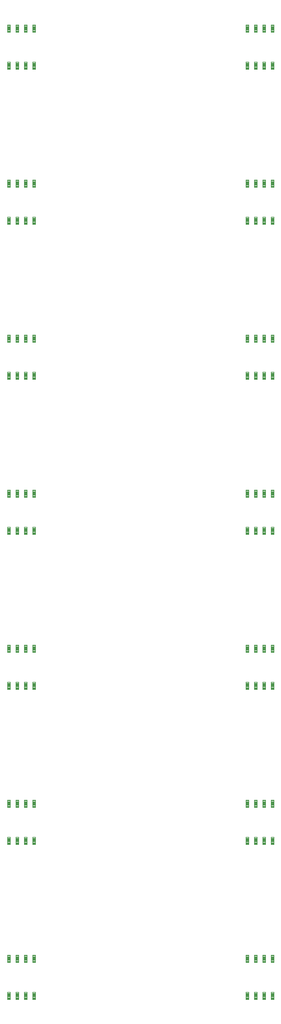
<source format=gbp>
G04 EAGLE Gerber RS-274X export*
G75*
%MOMM*%
%FSLAX34Y34*%
%LPD*%
%INSolderpaste Bottom*%
%IPPOS*%
%AMOC8*
5,1,8,0,0,1.08239X$1,22.5*%
G01*
%ADD10C,0.102000*%


D10*
X389840Y136810D02*
X384860Y136810D01*
X384860Y147790D01*
X389840Y147790D01*
X389840Y136810D01*
X389840Y137779D02*
X384860Y137779D01*
X384860Y138748D02*
X389840Y138748D01*
X389840Y139717D02*
X384860Y139717D01*
X384860Y140686D02*
X389840Y140686D01*
X389840Y141655D02*
X384860Y141655D01*
X384860Y142624D02*
X389840Y142624D01*
X389840Y143593D02*
X384860Y143593D01*
X384860Y144562D02*
X389840Y144562D01*
X389840Y145531D02*
X384860Y145531D01*
X384860Y146500D02*
X389840Y146500D01*
X389840Y147469D02*
X384860Y147469D01*
X397560Y136810D02*
X402540Y136810D01*
X397560Y136810D02*
X397560Y147790D01*
X402540Y147790D01*
X402540Y136810D01*
X402540Y137779D02*
X397560Y137779D01*
X397560Y138748D02*
X402540Y138748D01*
X402540Y139717D02*
X397560Y139717D01*
X397560Y140686D02*
X402540Y140686D01*
X402540Y141655D02*
X397560Y141655D01*
X397560Y142624D02*
X402540Y142624D01*
X402540Y143593D02*
X397560Y143593D01*
X397560Y144562D02*
X402540Y144562D01*
X402540Y145531D02*
X397560Y145531D01*
X397560Y146500D02*
X402540Y146500D01*
X402540Y147469D02*
X397560Y147469D01*
X410260Y136810D02*
X415240Y136810D01*
X410260Y136810D02*
X410260Y147790D01*
X415240Y147790D01*
X415240Y136810D01*
X415240Y137779D02*
X410260Y137779D01*
X410260Y138748D02*
X415240Y138748D01*
X415240Y139717D02*
X410260Y139717D01*
X410260Y140686D02*
X415240Y140686D01*
X415240Y141655D02*
X410260Y141655D01*
X410260Y142624D02*
X415240Y142624D01*
X415240Y143593D02*
X410260Y143593D01*
X410260Y144562D02*
X415240Y144562D01*
X415240Y145531D02*
X410260Y145531D01*
X410260Y146500D02*
X415240Y146500D01*
X415240Y147469D02*
X410260Y147469D01*
X422960Y136810D02*
X427940Y136810D01*
X422960Y136810D02*
X422960Y147790D01*
X427940Y147790D01*
X427940Y136810D01*
X427940Y137779D02*
X422960Y137779D01*
X422960Y138748D02*
X427940Y138748D01*
X427940Y139717D02*
X422960Y139717D01*
X422960Y140686D02*
X427940Y140686D01*
X427940Y141655D02*
X422960Y141655D01*
X422960Y142624D02*
X427940Y142624D01*
X427940Y143593D02*
X422960Y143593D01*
X422960Y144562D02*
X427940Y144562D01*
X427940Y145531D02*
X422960Y145531D01*
X422960Y146500D02*
X427940Y146500D01*
X427940Y147469D02*
X422960Y147469D01*
X422960Y80810D02*
X427940Y80810D01*
X422960Y80810D02*
X422960Y91790D01*
X427940Y91790D01*
X427940Y80810D01*
X427940Y81779D02*
X422960Y81779D01*
X422960Y82748D02*
X427940Y82748D01*
X427940Y83717D02*
X422960Y83717D01*
X422960Y84686D02*
X427940Y84686D01*
X427940Y85655D02*
X422960Y85655D01*
X422960Y86624D02*
X427940Y86624D01*
X427940Y87593D02*
X422960Y87593D01*
X422960Y88562D02*
X427940Y88562D01*
X427940Y89531D02*
X422960Y89531D01*
X422960Y90500D02*
X427940Y90500D01*
X427940Y91469D02*
X422960Y91469D01*
X415240Y80810D02*
X410260Y80810D01*
X410260Y91790D01*
X415240Y91790D01*
X415240Y80810D01*
X415240Y81779D02*
X410260Y81779D01*
X410260Y82748D02*
X415240Y82748D01*
X415240Y83717D02*
X410260Y83717D01*
X410260Y84686D02*
X415240Y84686D01*
X415240Y85655D02*
X410260Y85655D01*
X410260Y86624D02*
X415240Y86624D01*
X415240Y87593D02*
X410260Y87593D01*
X410260Y88562D02*
X415240Y88562D01*
X415240Y89531D02*
X410260Y89531D01*
X410260Y90500D02*
X415240Y90500D01*
X415240Y91469D02*
X410260Y91469D01*
X402540Y80810D02*
X397560Y80810D01*
X397560Y91790D01*
X402540Y91790D01*
X402540Y80810D01*
X402540Y81779D02*
X397560Y81779D01*
X397560Y82748D02*
X402540Y82748D01*
X402540Y83717D02*
X397560Y83717D01*
X397560Y84686D02*
X402540Y84686D01*
X402540Y85655D02*
X397560Y85655D01*
X397560Y86624D02*
X402540Y86624D01*
X402540Y87593D02*
X397560Y87593D01*
X397560Y88562D02*
X402540Y88562D01*
X402540Y89531D02*
X397560Y89531D01*
X397560Y90500D02*
X402540Y90500D01*
X402540Y91469D02*
X397560Y91469D01*
X389840Y80810D02*
X384860Y80810D01*
X384860Y91790D01*
X389840Y91790D01*
X389840Y80810D01*
X389840Y81779D02*
X384860Y81779D01*
X384860Y82748D02*
X389840Y82748D01*
X389840Y83717D02*
X384860Y83717D01*
X384860Y84686D02*
X389840Y84686D01*
X389840Y85655D02*
X384860Y85655D01*
X384860Y86624D02*
X389840Y86624D01*
X389840Y87593D02*
X384860Y87593D01*
X384860Y88562D02*
X389840Y88562D01*
X389840Y89531D02*
X384860Y89531D01*
X384860Y90500D02*
X389840Y90500D01*
X389840Y91469D02*
X384860Y91469D01*
X783640Y91790D02*
X788620Y91790D01*
X788620Y80810D01*
X783640Y80810D01*
X783640Y91790D01*
X783640Y81779D02*
X788620Y81779D01*
X788620Y82748D02*
X783640Y82748D01*
X783640Y83717D02*
X788620Y83717D01*
X788620Y84686D02*
X783640Y84686D01*
X783640Y85655D02*
X788620Y85655D01*
X788620Y86624D02*
X783640Y86624D01*
X783640Y87593D02*
X788620Y87593D01*
X788620Y88562D02*
X783640Y88562D01*
X783640Y89531D02*
X788620Y89531D01*
X788620Y90500D02*
X783640Y90500D01*
X783640Y91469D02*
X788620Y91469D01*
X775920Y91790D02*
X770940Y91790D01*
X775920Y91790D02*
X775920Y80810D01*
X770940Y80810D01*
X770940Y91790D01*
X770940Y81779D02*
X775920Y81779D01*
X775920Y82748D02*
X770940Y82748D01*
X770940Y83717D02*
X775920Y83717D01*
X775920Y84686D02*
X770940Y84686D01*
X770940Y85655D02*
X775920Y85655D01*
X775920Y86624D02*
X770940Y86624D01*
X770940Y87593D02*
X775920Y87593D01*
X775920Y88562D02*
X770940Y88562D01*
X770940Y89531D02*
X775920Y89531D01*
X775920Y90500D02*
X770940Y90500D01*
X770940Y91469D02*
X775920Y91469D01*
X763220Y91790D02*
X758240Y91790D01*
X763220Y91790D02*
X763220Y80810D01*
X758240Y80810D01*
X758240Y91790D01*
X758240Y81779D02*
X763220Y81779D01*
X763220Y82748D02*
X758240Y82748D01*
X758240Y83717D02*
X763220Y83717D01*
X763220Y84686D02*
X758240Y84686D01*
X758240Y85655D02*
X763220Y85655D01*
X763220Y86624D02*
X758240Y86624D01*
X758240Y87593D02*
X763220Y87593D01*
X763220Y88562D02*
X758240Y88562D01*
X758240Y89531D02*
X763220Y89531D01*
X763220Y90500D02*
X758240Y90500D01*
X758240Y91469D02*
X763220Y91469D01*
X750520Y91790D02*
X745540Y91790D01*
X750520Y91790D02*
X750520Y80810D01*
X745540Y80810D01*
X745540Y91790D01*
X745540Y81779D02*
X750520Y81779D01*
X750520Y82748D02*
X745540Y82748D01*
X745540Y83717D02*
X750520Y83717D01*
X750520Y84686D02*
X745540Y84686D01*
X745540Y85655D02*
X750520Y85655D01*
X750520Y86624D02*
X745540Y86624D01*
X745540Y87593D02*
X750520Y87593D01*
X750520Y88562D02*
X745540Y88562D01*
X745540Y89531D02*
X750520Y89531D01*
X750520Y90500D02*
X745540Y90500D01*
X745540Y91469D02*
X750520Y91469D01*
X750520Y147790D02*
X745540Y147790D01*
X750520Y147790D02*
X750520Y136810D01*
X745540Y136810D01*
X745540Y147790D01*
X745540Y137779D02*
X750520Y137779D01*
X750520Y138748D02*
X745540Y138748D01*
X745540Y139717D02*
X750520Y139717D01*
X750520Y140686D02*
X745540Y140686D01*
X745540Y141655D02*
X750520Y141655D01*
X750520Y142624D02*
X745540Y142624D01*
X745540Y143593D02*
X750520Y143593D01*
X750520Y144562D02*
X745540Y144562D01*
X745540Y145531D02*
X750520Y145531D01*
X750520Y146500D02*
X745540Y146500D01*
X745540Y147469D02*
X750520Y147469D01*
X758240Y147790D02*
X763220Y147790D01*
X763220Y136810D01*
X758240Y136810D01*
X758240Y147790D01*
X758240Y137779D02*
X763220Y137779D01*
X763220Y138748D02*
X758240Y138748D01*
X758240Y139717D02*
X763220Y139717D01*
X763220Y140686D02*
X758240Y140686D01*
X758240Y141655D02*
X763220Y141655D01*
X763220Y142624D02*
X758240Y142624D01*
X758240Y143593D02*
X763220Y143593D01*
X763220Y144562D02*
X758240Y144562D01*
X758240Y145531D02*
X763220Y145531D01*
X763220Y146500D02*
X758240Y146500D01*
X758240Y147469D02*
X763220Y147469D01*
X770940Y147790D02*
X775920Y147790D01*
X775920Y136810D01*
X770940Y136810D01*
X770940Y147790D01*
X770940Y137779D02*
X775920Y137779D01*
X775920Y138748D02*
X770940Y138748D01*
X770940Y139717D02*
X775920Y139717D01*
X775920Y140686D02*
X770940Y140686D01*
X770940Y141655D02*
X775920Y141655D01*
X775920Y142624D02*
X770940Y142624D01*
X770940Y143593D02*
X775920Y143593D01*
X775920Y144562D02*
X770940Y144562D01*
X770940Y145531D02*
X775920Y145531D01*
X775920Y146500D02*
X770940Y146500D01*
X770940Y147469D02*
X775920Y147469D01*
X783640Y147790D02*
X788620Y147790D01*
X788620Y136810D01*
X783640Y136810D01*
X783640Y147790D01*
X783640Y137779D02*
X788620Y137779D01*
X788620Y138748D02*
X783640Y138748D01*
X783640Y139717D02*
X788620Y139717D01*
X788620Y140686D02*
X783640Y140686D01*
X783640Y141655D02*
X788620Y141655D01*
X788620Y142624D02*
X783640Y142624D01*
X783640Y143593D02*
X788620Y143593D01*
X788620Y144562D02*
X783640Y144562D01*
X783640Y145531D02*
X788620Y145531D01*
X788620Y146500D02*
X783640Y146500D01*
X783640Y147469D02*
X788620Y147469D01*
X389840Y370490D02*
X384860Y370490D01*
X384860Y381470D01*
X389840Y381470D01*
X389840Y370490D01*
X389840Y371459D02*
X384860Y371459D01*
X384860Y372428D02*
X389840Y372428D01*
X389840Y373397D02*
X384860Y373397D01*
X384860Y374366D02*
X389840Y374366D01*
X389840Y375335D02*
X384860Y375335D01*
X384860Y376304D02*
X389840Y376304D01*
X389840Y377273D02*
X384860Y377273D01*
X384860Y378242D02*
X389840Y378242D01*
X389840Y379211D02*
X384860Y379211D01*
X384860Y380180D02*
X389840Y380180D01*
X389840Y381149D02*
X384860Y381149D01*
X397560Y370490D02*
X402540Y370490D01*
X397560Y370490D02*
X397560Y381470D01*
X402540Y381470D01*
X402540Y370490D01*
X402540Y371459D02*
X397560Y371459D01*
X397560Y372428D02*
X402540Y372428D01*
X402540Y373397D02*
X397560Y373397D01*
X397560Y374366D02*
X402540Y374366D01*
X402540Y375335D02*
X397560Y375335D01*
X397560Y376304D02*
X402540Y376304D01*
X402540Y377273D02*
X397560Y377273D01*
X397560Y378242D02*
X402540Y378242D01*
X402540Y379211D02*
X397560Y379211D01*
X397560Y380180D02*
X402540Y380180D01*
X402540Y381149D02*
X397560Y381149D01*
X410260Y370490D02*
X415240Y370490D01*
X410260Y370490D02*
X410260Y381470D01*
X415240Y381470D01*
X415240Y370490D01*
X415240Y371459D02*
X410260Y371459D01*
X410260Y372428D02*
X415240Y372428D01*
X415240Y373397D02*
X410260Y373397D01*
X410260Y374366D02*
X415240Y374366D01*
X415240Y375335D02*
X410260Y375335D01*
X410260Y376304D02*
X415240Y376304D01*
X415240Y377273D02*
X410260Y377273D01*
X410260Y378242D02*
X415240Y378242D01*
X415240Y379211D02*
X410260Y379211D01*
X410260Y380180D02*
X415240Y380180D01*
X415240Y381149D02*
X410260Y381149D01*
X422960Y370490D02*
X427940Y370490D01*
X422960Y370490D02*
X422960Y381470D01*
X427940Y381470D01*
X427940Y370490D01*
X427940Y371459D02*
X422960Y371459D01*
X422960Y372428D02*
X427940Y372428D01*
X427940Y373397D02*
X422960Y373397D01*
X422960Y374366D02*
X427940Y374366D01*
X427940Y375335D02*
X422960Y375335D01*
X422960Y376304D02*
X427940Y376304D01*
X427940Y377273D02*
X422960Y377273D01*
X422960Y378242D02*
X427940Y378242D01*
X427940Y379211D02*
X422960Y379211D01*
X422960Y380180D02*
X427940Y380180D01*
X427940Y381149D02*
X422960Y381149D01*
X422960Y314490D02*
X427940Y314490D01*
X422960Y314490D02*
X422960Y325470D01*
X427940Y325470D01*
X427940Y314490D01*
X427940Y315459D02*
X422960Y315459D01*
X422960Y316428D02*
X427940Y316428D01*
X427940Y317397D02*
X422960Y317397D01*
X422960Y318366D02*
X427940Y318366D01*
X427940Y319335D02*
X422960Y319335D01*
X422960Y320304D02*
X427940Y320304D01*
X427940Y321273D02*
X422960Y321273D01*
X422960Y322242D02*
X427940Y322242D01*
X427940Y323211D02*
X422960Y323211D01*
X422960Y324180D02*
X427940Y324180D01*
X427940Y325149D02*
X422960Y325149D01*
X415240Y314490D02*
X410260Y314490D01*
X410260Y325470D01*
X415240Y325470D01*
X415240Y314490D01*
X415240Y315459D02*
X410260Y315459D01*
X410260Y316428D02*
X415240Y316428D01*
X415240Y317397D02*
X410260Y317397D01*
X410260Y318366D02*
X415240Y318366D01*
X415240Y319335D02*
X410260Y319335D01*
X410260Y320304D02*
X415240Y320304D01*
X415240Y321273D02*
X410260Y321273D01*
X410260Y322242D02*
X415240Y322242D01*
X415240Y323211D02*
X410260Y323211D01*
X410260Y324180D02*
X415240Y324180D01*
X415240Y325149D02*
X410260Y325149D01*
X402540Y314490D02*
X397560Y314490D01*
X397560Y325470D01*
X402540Y325470D01*
X402540Y314490D01*
X402540Y315459D02*
X397560Y315459D01*
X397560Y316428D02*
X402540Y316428D01*
X402540Y317397D02*
X397560Y317397D01*
X397560Y318366D02*
X402540Y318366D01*
X402540Y319335D02*
X397560Y319335D01*
X397560Y320304D02*
X402540Y320304D01*
X402540Y321273D02*
X397560Y321273D01*
X397560Y322242D02*
X402540Y322242D01*
X402540Y323211D02*
X397560Y323211D01*
X397560Y324180D02*
X402540Y324180D01*
X402540Y325149D02*
X397560Y325149D01*
X389840Y314490D02*
X384860Y314490D01*
X384860Y325470D01*
X389840Y325470D01*
X389840Y314490D01*
X389840Y315459D02*
X384860Y315459D01*
X384860Y316428D02*
X389840Y316428D01*
X389840Y317397D02*
X384860Y317397D01*
X384860Y318366D02*
X389840Y318366D01*
X389840Y319335D02*
X384860Y319335D01*
X384860Y320304D02*
X389840Y320304D01*
X389840Y321273D02*
X384860Y321273D01*
X384860Y322242D02*
X389840Y322242D01*
X389840Y323211D02*
X384860Y323211D01*
X384860Y324180D02*
X389840Y324180D01*
X389840Y325149D02*
X384860Y325149D01*
X783640Y325470D02*
X788620Y325470D01*
X788620Y314490D01*
X783640Y314490D01*
X783640Y325470D01*
X783640Y315459D02*
X788620Y315459D01*
X788620Y316428D02*
X783640Y316428D01*
X783640Y317397D02*
X788620Y317397D01*
X788620Y318366D02*
X783640Y318366D01*
X783640Y319335D02*
X788620Y319335D01*
X788620Y320304D02*
X783640Y320304D01*
X783640Y321273D02*
X788620Y321273D01*
X788620Y322242D02*
X783640Y322242D01*
X783640Y323211D02*
X788620Y323211D01*
X788620Y324180D02*
X783640Y324180D01*
X783640Y325149D02*
X788620Y325149D01*
X775920Y325470D02*
X770940Y325470D01*
X775920Y325470D02*
X775920Y314490D01*
X770940Y314490D01*
X770940Y325470D01*
X770940Y315459D02*
X775920Y315459D01*
X775920Y316428D02*
X770940Y316428D01*
X770940Y317397D02*
X775920Y317397D01*
X775920Y318366D02*
X770940Y318366D01*
X770940Y319335D02*
X775920Y319335D01*
X775920Y320304D02*
X770940Y320304D01*
X770940Y321273D02*
X775920Y321273D01*
X775920Y322242D02*
X770940Y322242D01*
X770940Y323211D02*
X775920Y323211D01*
X775920Y324180D02*
X770940Y324180D01*
X770940Y325149D02*
X775920Y325149D01*
X763220Y325470D02*
X758240Y325470D01*
X763220Y325470D02*
X763220Y314490D01*
X758240Y314490D01*
X758240Y325470D01*
X758240Y315459D02*
X763220Y315459D01*
X763220Y316428D02*
X758240Y316428D01*
X758240Y317397D02*
X763220Y317397D01*
X763220Y318366D02*
X758240Y318366D01*
X758240Y319335D02*
X763220Y319335D01*
X763220Y320304D02*
X758240Y320304D01*
X758240Y321273D02*
X763220Y321273D01*
X763220Y322242D02*
X758240Y322242D01*
X758240Y323211D02*
X763220Y323211D01*
X763220Y324180D02*
X758240Y324180D01*
X758240Y325149D02*
X763220Y325149D01*
X750520Y325470D02*
X745540Y325470D01*
X750520Y325470D02*
X750520Y314490D01*
X745540Y314490D01*
X745540Y325470D01*
X745540Y315459D02*
X750520Y315459D01*
X750520Y316428D02*
X745540Y316428D01*
X745540Y317397D02*
X750520Y317397D01*
X750520Y318366D02*
X745540Y318366D01*
X745540Y319335D02*
X750520Y319335D01*
X750520Y320304D02*
X745540Y320304D01*
X745540Y321273D02*
X750520Y321273D01*
X750520Y322242D02*
X745540Y322242D01*
X745540Y323211D02*
X750520Y323211D01*
X750520Y324180D02*
X745540Y324180D01*
X745540Y325149D02*
X750520Y325149D01*
X750520Y381470D02*
X745540Y381470D01*
X750520Y381470D02*
X750520Y370490D01*
X745540Y370490D01*
X745540Y381470D01*
X745540Y371459D02*
X750520Y371459D01*
X750520Y372428D02*
X745540Y372428D01*
X745540Y373397D02*
X750520Y373397D01*
X750520Y374366D02*
X745540Y374366D01*
X745540Y375335D02*
X750520Y375335D01*
X750520Y376304D02*
X745540Y376304D01*
X745540Y377273D02*
X750520Y377273D01*
X750520Y378242D02*
X745540Y378242D01*
X745540Y379211D02*
X750520Y379211D01*
X750520Y380180D02*
X745540Y380180D01*
X745540Y381149D02*
X750520Y381149D01*
X758240Y381470D02*
X763220Y381470D01*
X763220Y370490D01*
X758240Y370490D01*
X758240Y381470D01*
X758240Y371459D02*
X763220Y371459D01*
X763220Y372428D02*
X758240Y372428D01*
X758240Y373397D02*
X763220Y373397D01*
X763220Y374366D02*
X758240Y374366D01*
X758240Y375335D02*
X763220Y375335D01*
X763220Y376304D02*
X758240Y376304D01*
X758240Y377273D02*
X763220Y377273D01*
X763220Y378242D02*
X758240Y378242D01*
X758240Y379211D02*
X763220Y379211D01*
X763220Y380180D02*
X758240Y380180D01*
X758240Y381149D02*
X763220Y381149D01*
X770940Y381470D02*
X775920Y381470D01*
X775920Y370490D01*
X770940Y370490D01*
X770940Y381470D01*
X770940Y371459D02*
X775920Y371459D01*
X775920Y372428D02*
X770940Y372428D01*
X770940Y373397D02*
X775920Y373397D01*
X775920Y374366D02*
X770940Y374366D01*
X770940Y375335D02*
X775920Y375335D01*
X775920Y376304D02*
X770940Y376304D01*
X770940Y377273D02*
X775920Y377273D01*
X775920Y378242D02*
X770940Y378242D01*
X770940Y379211D02*
X775920Y379211D01*
X775920Y380180D02*
X770940Y380180D01*
X770940Y381149D02*
X775920Y381149D01*
X783640Y381470D02*
X788620Y381470D01*
X788620Y370490D01*
X783640Y370490D01*
X783640Y381470D01*
X783640Y371459D02*
X788620Y371459D01*
X788620Y372428D02*
X783640Y372428D01*
X783640Y373397D02*
X788620Y373397D01*
X788620Y374366D02*
X783640Y374366D01*
X783640Y375335D02*
X788620Y375335D01*
X788620Y376304D02*
X783640Y376304D01*
X783640Y377273D02*
X788620Y377273D01*
X788620Y378242D02*
X783640Y378242D01*
X783640Y379211D02*
X788620Y379211D01*
X788620Y380180D02*
X783640Y380180D01*
X783640Y381149D02*
X788620Y381149D01*
X389840Y604170D02*
X384860Y604170D01*
X384860Y615150D01*
X389840Y615150D01*
X389840Y604170D01*
X389840Y605139D02*
X384860Y605139D01*
X384860Y606108D02*
X389840Y606108D01*
X389840Y607077D02*
X384860Y607077D01*
X384860Y608046D02*
X389840Y608046D01*
X389840Y609015D02*
X384860Y609015D01*
X384860Y609984D02*
X389840Y609984D01*
X389840Y610953D02*
X384860Y610953D01*
X384860Y611922D02*
X389840Y611922D01*
X389840Y612891D02*
X384860Y612891D01*
X384860Y613860D02*
X389840Y613860D01*
X389840Y614829D02*
X384860Y614829D01*
X397560Y604170D02*
X402540Y604170D01*
X397560Y604170D02*
X397560Y615150D01*
X402540Y615150D01*
X402540Y604170D01*
X402540Y605139D02*
X397560Y605139D01*
X397560Y606108D02*
X402540Y606108D01*
X402540Y607077D02*
X397560Y607077D01*
X397560Y608046D02*
X402540Y608046D01*
X402540Y609015D02*
X397560Y609015D01*
X397560Y609984D02*
X402540Y609984D01*
X402540Y610953D02*
X397560Y610953D01*
X397560Y611922D02*
X402540Y611922D01*
X402540Y612891D02*
X397560Y612891D01*
X397560Y613860D02*
X402540Y613860D01*
X402540Y614829D02*
X397560Y614829D01*
X410260Y604170D02*
X415240Y604170D01*
X410260Y604170D02*
X410260Y615150D01*
X415240Y615150D01*
X415240Y604170D01*
X415240Y605139D02*
X410260Y605139D01*
X410260Y606108D02*
X415240Y606108D01*
X415240Y607077D02*
X410260Y607077D01*
X410260Y608046D02*
X415240Y608046D01*
X415240Y609015D02*
X410260Y609015D01*
X410260Y609984D02*
X415240Y609984D01*
X415240Y610953D02*
X410260Y610953D01*
X410260Y611922D02*
X415240Y611922D01*
X415240Y612891D02*
X410260Y612891D01*
X410260Y613860D02*
X415240Y613860D01*
X415240Y614829D02*
X410260Y614829D01*
X422960Y604170D02*
X427940Y604170D01*
X422960Y604170D02*
X422960Y615150D01*
X427940Y615150D01*
X427940Y604170D01*
X427940Y605139D02*
X422960Y605139D01*
X422960Y606108D02*
X427940Y606108D01*
X427940Y607077D02*
X422960Y607077D01*
X422960Y608046D02*
X427940Y608046D01*
X427940Y609015D02*
X422960Y609015D01*
X422960Y609984D02*
X427940Y609984D01*
X427940Y610953D02*
X422960Y610953D01*
X422960Y611922D02*
X427940Y611922D01*
X427940Y612891D02*
X422960Y612891D01*
X422960Y613860D02*
X427940Y613860D01*
X427940Y614829D02*
X422960Y614829D01*
X422960Y548170D02*
X427940Y548170D01*
X422960Y548170D02*
X422960Y559150D01*
X427940Y559150D01*
X427940Y548170D01*
X427940Y549139D02*
X422960Y549139D01*
X422960Y550108D02*
X427940Y550108D01*
X427940Y551077D02*
X422960Y551077D01*
X422960Y552046D02*
X427940Y552046D01*
X427940Y553015D02*
X422960Y553015D01*
X422960Y553984D02*
X427940Y553984D01*
X427940Y554953D02*
X422960Y554953D01*
X422960Y555922D02*
X427940Y555922D01*
X427940Y556891D02*
X422960Y556891D01*
X422960Y557860D02*
X427940Y557860D01*
X427940Y558829D02*
X422960Y558829D01*
X415240Y548170D02*
X410260Y548170D01*
X410260Y559150D01*
X415240Y559150D01*
X415240Y548170D01*
X415240Y549139D02*
X410260Y549139D01*
X410260Y550108D02*
X415240Y550108D01*
X415240Y551077D02*
X410260Y551077D01*
X410260Y552046D02*
X415240Y552046D01*
X415240Y553015D02*
X410260Y553015D01*
X410260Y553984D02*
X415240Y553984D01*
X415240Y554953D02*
X410260Y554953D01*
X410260Y555922D02*
X415240Y555922D01*
X415240Y556891D02*
X410260Y556891D01*
X410260Y557860D02*
X415240Y557860D01*
X415240Y558829D02*
X410260Y558829D01*
X402540Y548170D02*
X397560Y548170D01*
X397560Y559150D01*
X402540Y559150D01*
X402540Y548170D01*
X402540Y549139D02*
X397560Y549139D01*
X397560Y550108D02*
X402540Y550108D01*
X402540Y551077D02*
X397560Y551077D01*
X397560Y552046D02*
X402540Y552046D01*
X402540Y553015D02*
X397560Y553015D01*
X397560Y553984D02*
X402540Y553984D01*
X402540Y554953D02*
X397560Y554953D01*
X397560Y555922D02*
X402540Y555922D01*
X402540Y556891D02*
X397560Y556891D01*
X397560Y557860D02*
X402540Y557860D01*
X402540Y558829D02*
X397560Y558829D01*
X389840Y548170D02*
X384860Y548170D01*
X384860Y559150D01*
X389840Y559150D01*
X389840Y548170D01*
X389840Y549139D02*
X384860Y549139D01*
X384860Y550108D02*
X389840Y550108D01*
X389840Y551077D02*
X384860Y551077D01*
X384860Y552046D02*
X389840Y552046D01*
X389840Y553015D02*
X384860Y553015D01*
X384860Y553984D02*
X389840Y553984D01*
X389840Y554953D02*
X384860Y554953D01*
X384860Y555922D02*
X389840Y555922D01*
X389840Y556891D02*
X384860Y556891D01*
X384860Y557860D02*
X389840Y557860D01*
X389840Y558829D02*
X384860Y558829D01*
X783640Y559150D02*
X788620Y559150D01*
X788620Y548170D01*
X783640Y548170D01*
X783640Y559150D01*
X783640Y549139D02*
X788620Y549139D01*
X788620Y550108D02*
X783640Y550108D01*
X783640Y551077D02*
X788620Y551077D01*
X788620Y552046D02*
X783640Y552046D01*
X783640Y553015D02*
X788620Y553015D01*
X788620Y553984D02*
X783640Y553984D01*
X783640Y554953D02*
X788620Y554953D01*
X788620Y555922D02*
X783640Y555922D01*
X783640Y556891D02*
X788620Y556891D01*
X788620Y557860D02*
X783640Y557860D01*
X783640Y558829D02*
X788620Y558829D01*
X775920Y559150D02*
X770940Y559150D01*
X775920Y559150D02*
X775920Y548170D01*
X770940Y548170D01*
X770940Y559150D01*
X770940Y549139D02*
X775920Y549139D01*
X775920Y550108D02*
X770940Y550108D01*
X770940Y551077D02*
X775920Y551077D01*
X775920Y552046D02*
X770940Y552046D01*
X770940Y553015D02*
X775920Y553015D01*
X775920Y553984D02*
X770940Y553984D01*
X770940Y554953D02*
X775920Y554953D01*
X775920Y555922D02*
X770940Y555922D01*
X770940Y556891D02*
X775920Y556891D01*
X775920Y557860D02*
X770940Y557860D01*
X770940Y558829D02*
X775920Y558829D01*
X763220Y559150D02*
X758240Y559150D01*
X763220Y559150D02*
X763220Y548170D01*
X758240Y548170D01*
X758240Y559150D01*
X758240Y549139D02*
X763220Y549139D01*
X763220Y550108D02*
X758240Y550108D01*
X758240Y551077D02*
X763220Y551077D01*
X763220Y552046D02*
X758240Y552046D01*
X758240Y553015D02*
X763220Y553015D01*
X763220Y553984D02*
X758240Y553984D01*
X758240Y554953D02*
X763220Y554953D01*
X763220Y555922D02*
X758240Y555922D01*
X758240Y556891D02*
X763220Y556891D01*
X763220Y557860D02*
X758240Y557860D01*
X758240Y558829D02*
X763220Y558829D01*
X750520Y559150D02*
X745540Y559150D01*
X750520Y559150D02*
X750520Y548170D01*
X745540Y548170D01*
X745540Y559150D01*
X745540Y549139D02*
X750520Y549139D01*
X750520Y550108D02*
X745540Y550108D01*
X745540Y551077D02*
X750520Y551077D01*
X750520Y552046D02*
X745540Y552046D01*
X745540Y553015D02*
X750520Y553015D01*
X750520Y553984D02*
X745540Y553984D01*
X745540Y554953D02*
X750520Y554953D01*
X750520Y555922D02*
X745540Y555922D01*
X745540Y556891D02*
X750520Y556891D01*
X750520Y557860D02*
X745540Y557860D01*
X745540Y558829D02*
X750520Y558829D01*
X750520Y615150D02*
X745540Y615150D01*
X750520Y615150D02*
X750520Y604170D01*
X745540Y604170D01*
X745540Y615150D01*
X745540Y605139D02*
X750520Y605139D01*
X750520Y606108D02*
X745540Y606108D01*
X745540Y607077D02*
X750520Y607077D01*
X750520Y608046D02*
X745540Y608046D01*
X745540Y609015D02*
X750520Y609015D01*
X750520Y609984D02*
X745540Y609984D01*
X745540Y610953D02*
X750520Y610953D01*
X750520Y611922D02*
X745540Y611922D01*
X745540Y612891D02*
X750520Y612891D01*
X750520Y613860D02*
X745540Y613860D01*
X745540Y614829D02*
X750520Y614829D01*
X758240Y615150D02*
X763220Y615150D01*
X763220Y604170D01*
X758240Y604170D01*
X758240Y615150D01*
X758240Y605139D02*
X763220Y605139D01*
X763220Y606108D02*
X758240Y606108D01*
X758240Y607077D02*
X763220Y607077D01*
X763220Y608046D02*
X758240Y608046D01*
X758240Y609015D02*
X763220Y609015D01*
X763220Y609984D02*
X758240Y609984D01*
X758240Y610953D02*
X763220Y610953D01*
X763220Y611922D02*
X758240Y611922D01*
X758240Y612891D02*
X763220Y612891D01*
X763220Y613860D02*
X758240Y613860D01*
X758240Y614829D02*
X763220Y614829D01*
X770940Y615150D02*
X775920Y615150D01*
X775920Y604170D01*
X770940Y604170D01*
X770940Y615150D01*
X770940Y605139D02*
X775920Y605139D01*
X775920Y606108D02*
X770940Y606108D01*
X770940Y607077D02*
X775920Y607077D01*
X775920Y608046D02*
X770940Y608046D01*
X770940Y609015D02*
X775920Y609015D01*
X775920Y609984D02*
X770940Y609984D01*
X770940Y610953D02*
X775920Y610953D01*
X775920Y611922D02*
X770940Y611922D01*
X770940Y612891D02*
X775920Y612891D01*
X775920Y613860D02*
X770940Y613860D01*
X770940Y614829D02*
X775920Y614829D01*
X783640Y615150D02*
X788620Y615150D01*
X788620Y604170D01*
X783640Y604170D01*
X783640Y615150D01*
X783640Y605139D02*
X788620Y605139D01*
X788620Y606108D02*
X783640Y606108D01*
X783640Y607077D02*
X788620Y607077D01*
X788620Y608046D02*
X783640Y608046D01*
X783640Y609015D02*
X788620Y609015D01*
X788620Y609984D02*
X783640Y609984D01*
X783640Y610953D02*
X788620Y610953D01*
X788620Y611922D02*
X783640Y611922D01*
X783640Y612891D02*
X788620Y612891D01*
X788620Y613860D02*
X783640Y613860D01*
X783640Y614829D02*
X788620Y614829D01*
X389840Y837850D02*
X384860Y837850D01*
X384860Y848830D01*
X389840Y848830D01*
X389840Y837850D01*
X389840Y838819D02*
X384860Y838819D01*
X384860Y839788D02*
X389840Y839788D01*
X389840Y840757D02*
X384860Y840757D01*
X384860Y841726D02*
X389840Y841726D01*
X389840Y842695D02*
X384860Y842695D01*
X384860Y843664D02*
X389840Y843664D01*
X389840Y844633D02*
X384860Y844633D01*
X384860Y845602D02*
X389840Y845602D01*
X389840Y846571D02*
X384860Y846571D01*
X384860Y847540D02*
X389840Y847540D01*
X389840Y848509D02*
X384860Y848509D01*
X397560Y837850D02*
X402540Y837850D01*
X397560Y837850D02*
X397560Y848830D01*
X402540Y848830D01*
X402540Y837850D01*
X402540Y838819D02*
X397560Y838819D01*
X397560Y839788D02*
X402540Y839788D01*
X402540Y840757D02*
X397560Y840757D01*
X397560Y841726D02*
X402540Y841726D01*
X402540Y842695D02*
X397560Y842695D01*
X397560Y843664D02*
X402540Y843664D01*
X402540Y844633D02*
X397560Y844633D01*
X397560Y845602D02*
X402540Y845602D01*
X402540Y846571D02*
X397560Y846571D01*
X397560Y847540D02*
X402540Y847540D01*
X402540Y848509D02*
X397560Y848509D01*
X410260Y837850D02*
X415240Y837850D01*
X410260Y837850D02*
X410260Y848830D01*
X415240Y848830D01*
X415240Y837850D01*
X415240Y838819D02*
X410260Y838819D01*
X410260Y839788D02*
X415240Y839788D01*
X415240Y840757D02*
X410260Y840757D01*
X410260Y841726D02*
X415240Y841726D01*
X415240Y842695D02*
X410260Y842695D01*
X410260Y843664D02*
X415240Y843664D01*
X415240Y844633D02*
X410260Y844633D01*
X410260Y845602D02*
X415240Y845602D01*
X415240Y846571D02*
X410260Y846571D01*
X410260Y847540D02*
X415240Y847540D01*
X415240Y848509D02*
X410260Y848509D01*
X422960Y837850D02*
X427940Y837850D01*
X422960Y837850D02*
X422960Y848830D01*
X427940Y848830D01*
X427940Y837850D01*
X427940Y838819D02*
X422960Y838819D01*
X422960Y839788D02*
X427940Y839788D01*
X427940Y840757D02*
X422960Y840757D01*
X422960Y841726D02*
X427940Y841726D01*
X427940Y842695D02*
X422960Y842695D01*
X422960Y843664D02*
X427940Y843664D01*
X427940Y844633D02*
X422960Y844633D01*
X422960Y845602D02*
X427940Y845602D01*
X427940Y846571D02*
X422960Y846571D01*
X422960Y847540D02*
X427940Y847540D01*
X427940Y848509D02*
X422960Y848509D01*
X422960Y781850D02*
X427940Y781850D01*
X422960Y781850D02*
X422960Y792830D01*
X427940Y792830D01*
X427940Y781850D01*
X427940Y782819D02*
X422960Y782819D01*
X422960Y783788D02*
X427940Y783788D01*
X427940Y784757D02*
X422960Y784757D01*
X422960Y785726D02*
X427940Y785726D01*
X427940Y786695D02*
X422960Y786695D01*
X422960Y787664D02*
X427940Y787664D01*
X427940Y788633D02*
X422960Y788633D01*
X422960Y789602D02*
X427940Y789602D01*
X427940Y790571D02*
X422960Y790571D01*
X422960Y791540D02*
X427940Y791540D01*
X427940Y792509D02*
X422960Y792509D01*
X415240Y781850D02*
X410260Y781850D01*
X410260Y792830D01*
X415240Y792830D01*
X415240Y781850D01*
X415240Y782819D02*
X410260Y782819D01*
X410260Y783788D02*
X415240Y783788D01*
X415240Y784757D02*
X410260Y784757D01*
X410260Y785726D02*
X415240Y785726D01*
X415240Y786695D02*
X410260Y786695D01*
X410260Y787664D02*
X415240Y787664D01*
X415240Y788633D02*
X410260Y788633D01*
X410260Y789602D02*
X415240Y789602D01*
X415240Y790571D02*
X410260Y790571D01*
X410260Y791540D02*
X415240Y791540D01*
X415240Y792509D02*
X410260Y792509D01*
X402540Y781850D02*
X397560Y781850D01*
X397560Y792830D01*
X402540Y792830D01*
X402540Y781850D01*
X402540Y782819D02*
X397560Y782819D01*
X397560Y783788D02*
X402540Y783788D01*
X402540Y784757D02*
X397560Y784757D01*
X397560Y785726D02*
X402540Y785726D01*
X402540Y786695D02*
X397560Y786695D01*
X397560Y787664D02*
X402540Y787664D01*
X402540Y788633D02*
X397560Y788633D01*
X397560Y789602D02*
X402540Y789602D01*
X402540Y790571D02*
X397560Y790571D01*
X397560Y791540D02*
X402540Y791540D01*
X402540Y792509D02*
X397560Y792509D01*
X389840Y781850D02*
X384860Y781850D01*
X384860Y792830D01*
X389840Y792830D01*
X389840Y781850D01*
X389840Y782819D02*
X384860Y782819D01*
X384860Y783788D02*
X389840Y783788D01*
X389840Y784757D02*
X384860Y784757D01*
X384860Y785726D02*
X389840Y785726D01*
X389840Y786695D02*
X384860Y786695D01*
X384860Y787664D02*
X389840Y787664D01*
X389840Y788633D02*
X384860Y788633D01*
X384860Y789602D02*
X389840Y789602D01*
X389840Y790571D02*
X384860Y790571D01*
X384860Y791540D02*
X389840Y791540D01*
X389840Y792509D02*
X384860Y792509D01*
X783640Y792830D02*
X788620Y792830D01*
X788620Y781850D01*
X783640Y781850D01*
X783640Y792830D01*
X783640Y782819D02*
X788620Y782819D01*
X788620Y783788D02*
X783640Y783788D01*
X783640Y784757D02*
X788620Y784757D01*
X788620Y785726D02*
X783640Y785726D01*
X783640Y786695D02*
X788620Y786695D01*
X788620Y787664D02*
X783640Y787664D01*
X783640Y788633D02*
X788620Y788633D01*
X788620Y789602D02*
X783640Y789602D01*
X783640Y790571D02*
X788620Y790571D01*
X788620Y791540D02*
X783640Y791540D01*
X783640Y792509D02*
X788620Y792509D01*
X775920Y792830D02*
X770940Y792830D01*
X775920Y792830D02*
X775920Y781850D01*
X770940Y781850D01*
X770940Y792830D01*
X770940Y782819D02*
X775920Y782819D01*
X775920Y783788D02*
X770940Y783788D01*
X770940Y784757D02*
X775920Y784757D01*
X775920Y785726D02*
X770940Y785726D01*
X770940Y786695D02*
X775920Y786695D01*
X775920Y787664D02*
X770940Y787664D01*
X770940Y788633D02*
X775920Y788633D01*
X775920Y789602D02*
X770940Y789602D01*
X770940Y790571D02*
X775920Y790571D01*
X775920Y791540D02*
X770940Y791540D01*
X770940Y792509D02*
X775920Y792509D01*
X763220Y792830D02*
X758240Y792830D01*
X763220Y792830D02*
X763220Y781850D01*
X758240Y781850D01*
X758240Y792830D01*
X758240Y782819D02*
X763220Y782819D01*
X763220Y783788D02*
X758240Y783788D01*
X758240Y784757D02*
X763220Y784757D01*
X763220Y785726D02*
X758240Y785726D01*
X758240Y786695D02*
X763220Y786695D01*
X763220Y787664D02*
X758240Y787664D01*
X758240Y788633D02*
X763220Y788633D01*
X763220Y789602D02*
X758240Y789602D01*
X758240Y790571D02*
X763220Y790571D01*
X763220Y791540D02*
X758240Y791540D01*
X758240Y792509D02*
X763220Y792509D01*
X750520Y792830D02*
X745540Y792830D01*
X750520Y792830D02*
X750520Y781850D01*
X745540Y781850D01*
X745540Y792830D01*
X745540Y782819D02*
X750520Y782819D01*
X750520Y783788D02*
X745540Y783788D01*
X745540Y784757D02*
X750520Y784757D01*
X750520Y785726D02*
X745540Y785726D01*
X745540Y786695D02*
X750520Y786695D01*
X750520Y787664D02*
X745540Y787664D01*
X745540Y788633D02*
X750520Y788633D01*
X750520Y789602D02*
X745540Y789602D01*
X745540Y790571D02*
X750520Y790571D01*
X750520Y791540D02*
X745540Y791540D01*
X745540Y792509D02*
X750520Y792509D01*
X750520Y848830D02*
X745540Y848830D01*
X750520Y848830D02*
X750520Y837850D01*
X745540Y837850D01*
X745540Y848830D01*
X745540Y838819D02*
X750520Y838819D01*
X750520Y839788D02*
X745540Y839788D01*
X745540Y840757D02*
X750520Y840757D01*
X750520Y841726D02*
X745540Y841726D01*
X745540Y842695D02*
X750520Y842695D01*
X750520Y843664D02*
X745540Y843664D01*
X745540Y844633D02*
X750520Y844633D01*
X750520Y845602D02*
X745540Y845602D01*
X745540Y846571D02*
X750520Y846571D01*
X750520Y847540D02*
X745540Y847540D01*
X745540Y848509D02*
X750520Y848509D01*
X758240Y848830D02*
X763220Y848830D01*
X763220Y837850D01*
X758240Y837850D01*
X758240Y848830D01*
X758240Y838819D02*
X763220Y838819D01*
X763220Y839788D02*
X758240Y839788D01*
X758240Y840757D02*
X763220Y840757D01*
X763220Y841726D02*
X758240Y841726D01*
X758240Y842695D02*
X763220Y842695D01*
X763220Y843664D02*
X758240Y843664D01*
X758240Y844633D02*
X763220Y844633D01*
X763220Y845602D02*
X758240Y845602D01*
X758240Y846571D02*
X763220Y846571D01*
X763220Y847540D02*
X758240Y847540D01*
X758240Y848509D02*
X763220Y848509D01*
X770940Y848830D02*
X775920Y848830D01*
X775920Y837850D01*
X770940Y837850D01*
X770940Y848830D01*
X770940Y838819D02*
X775920Y838819D01*
X775920Y839788D02*
X770940Y839788D01*
X770940Y840757D02*
X775920Y840757D01*
X775920Y841726D02*
X770940Y841726D01*
X770940Y842695D02*
X775920Y842695D01*
X775920Y843664D02*
X770940Y843664D01*
X770940Y844633D02*
X775920Y844633D01*
X775920Y845602D02*
X770940Y845602D01*
X770940Y846571D02*
X775920Y846571D01*
X775920Y847540D02*
X770940Y847540D01*
X770940Y848509D02*
X775920Y848509D01*
X783640Y848830D02*
X788620Y848830D01*
X788620Y837850D01*
X783640Y837850D01*
X783640Y848830D01*
X783640Y838819D02*
X788620Y838819D01*
X788620Y839788D02*
X783640Y839788D01*
X783640Y840757D02*
X788620Y840757D01*
X788620Y841726D02*
X783640Y841726D01*
X783640Y842695D02*
X788620Y842695D01*
X788620Y843664D02*
X783640Y843664D01*
X783640Y844633D02*
X788620Y844633D01*
X788620Y845602D02*
X783640Y845602D01*
X783640Y846571D02*
X788620Y846571D01*
X788620Y847540D02*
X783640Y847540D01*
X783640Y848509D02*
X788620Y848509D01*
X389840Y1071530D02*
X384860Y1071530D01*
X384860Y1082510D01*
X389840Y1082510D01*
X389840Y1071530D01*
X389840Y1072499D02*
X384860Y1072499D01*
X384860Y1073468D02*
X389840Y1073468D01*
X389840Y1074437D02*
X384860Y1074437D01*
X384860Y1075406D02*
X389840Y1075406D01*
X389840Y1076375D02*
X384860Y1076375D01*
X384860Y1077344D02*
X389840Y1077344D01*
X389840Y1078313D02*
X384860Y1078313D01*
X384860Y1079282D02*
X389840Y1079282D01*
X389840Y1080251D02*
X384860Y1080251D01*
X384860Y1081220D02*
X389840Y1081220D01*
X389840Y1082189D02*
X384860Y1082189D01*
X397560Y1071530D02*
X402540Y1071530D01*
X397560Y1071530D02*
X397560Y1082510D01*
X402540Y1082510D01*
X402540Y1071530D01*
X402540Y1072499D02*
X397560Y1072499D01*
X397560Y1073468D02*
X402540Y1073468D01*
X402540Y1074437D02*
X397560Y1074437D01*
X397560Y1075406D02*
X402540Y1075406D01*
X402540Y1076375D02*
X397560Y1076375D01*
X397560Y1077344D02*
X402540Y1077344D01*
X402540Y1078313D02*
X397560Y1078313D01*
X397560Y1079282D02*
X402540Y1079282D01*
X402540Y1080251D02*
X397560Y1080251D01*
X397560Y1081220D02*
X402540Y1081220D01*
X402540Y1082189D02*
X397560Y1082189D01*
X410260Y1071530D02*
X415240Y1071530D01*
X410260Y1071530D02*
X410260Y1082510D01*
X415240Y1082510D01*
X415240Y1071530D01*
X415240Y1072499D02*
X410260Y1072499D01*
X410260Y1073468D02*
X415240Y1073468D01*
X415240Y1074437D02*
X410260Y1074437D01*
X410260Y1075406D02*
X415240Y1075406D01*
X415240Y1076375D02*
X410260Y1076375D01*
X410260Y1077344D02*
X415240Y1077344D01*
X415240Y1078313D02*
X410260Y1078313D01*
X410260Y1079282D02*
X415240Y1079282D01*
X415240Y1080251D02*
X410260Y1080251D01*
X410260Y1081220D02*
X415240Y1081220D01*
X415240Y1082189D02*
X410260Y1082189D01*
X422960Y1071530D02*
X427940Y1071530D01*
X422960Y1071530D02*
X422960Y1082510D01*
X427940Y1082510D01*
X427940Y1071530D01*
X427940Y1072499D02*
X422960Y1072499D01*
X422960Y1073468D02*
X427940Y1073468D01*
X427940Y1074437D02*
X422960Y1074437D01*
X422960Y1075406D02*
X427940Y1075406D01*
X427940Y1076375D02*
X422960Y1076375D01*
X422960Y1077344D02*
X427940Y1077344D01*
X427940Y1078313D02*
X422960Y1078313D01*
X422960Y1079282D02*
X427940Y1079282D01*
X427940Y1080251D02*
X422960Y1080251D01*
X422960Y1081220D02*
X427940Y1081220D01*
X427940Y1082189D02*
X422960Y1082189D01*
X422960Y1015530D02*
X427940Y1015530D01*
X422960Y1015530D02*
X422960Y1026510D01*
X427940Y1026510D01*
X427940Y1015530D01*
X427940Y1016499D02*
X422960Y1016499D01*
X422960Y1017468D02*
X427940Y1017468D01*
X427940Y1018437D02*
X422960Y1018437D01*
X422960Y1019406D02*
X427940Y1019406D01*
X427940Y1020375D02*
X422960Y1020375D01*
X422960Y1021344D02*
X427940Y1021344D01*
X427940Y1022313D02*
X422960Y1022313D01*
X422960Y1023282D02*
X427940Y1023282D01*
X427940Y1024251D02*
X422960Y1024251D01*
X422960Y1025220D02*
X427940Y1025220D01*
X427940Y1026189D02*
X422960Y1026189D01*
X415240Y1015530D02*
X410260Y1015530D01*
X410260Y1026510D01*
X415240Y1026510D01*
X415240Y1015530D01*
X415240Y1016499D02*
X410260Y1016499D01*
X410260Y1017468D02*
X415240Y1017468D01*
X415240Y1018437D02*
X410260Y1018437D01*
X410260Y1019406D02*
X415240Y1019406D01*
X415240Y1020375D02*
X410260Y1020375D01*
X410260Y1021344D02*
X415240Y1021344D01*
X415240Y1022313D02*
X410260Y1022313D01*
X410260Y1023282D02*
X415240Y1023282D01*
X415240Y1024251D02*
X410260Y1024251D01*
X410260Y1025220D02*
X415240Y1025220D01*
X415240Y1026189D02*
X410260Y1026189D01*
X402540Y1015530D02*
X397560Y1015530D01*
X397560Y1026510D01*
X402540Y1026510D01*
X402540Y1015530D01*
X402540Y1016499D02*
X397560Y1016499D01*
X397560Y1017468D02*
X402540Y1017468D01*
X402540Y1018437D02*
X397560Y1018437D01*
X397560Y1019406D02*
X402540Y1019406D01*
X402540Y1020375D02*
X397560Y1020375D01*
X397560Y1021344D02*
X402540Y1021344D01*
X402540Y1022313D02*
X397560Y1022313D01*
X397560Y1023282D02*
X402540Y1023282D01*
X402540Y1024251D02*
X397560Y1024251D01*
X397560Y1025220D02*
X402540Y1025220D01*
X402540Y1026189D02*
X397560Y1026189D01*
X389840Y1015530D02*
X384860Y1015530D01*
X384860Y1026510D01*
X389840Y1026510D01*
X389840Y1015530D01*
X389840Y1016499D02*
X384860Y1016499D01*
X384860Y1017468D02*
X389840Y1017468D01*
X389840Y1018437D02*
X384860Y1018437D01*
X384860Y1019406D02*
X389840Y1019406D01*
X389840Y1020375D02*
X384860Y1020375D01*
X384860Y1021344D02*
X389840Y1021344D01*
X389840Y1022313D02*
X384860Y1022313D01*
X384860Y1023282D02*
X389840Y1023282D01*
X389840Y1024251D02*
X384860Y1024251D01*
X384860Y1025220D02*
X389840Y1025220D01*
X389840Y1026189D02*
X384860Y1026189D01*
X783640Y1026510D02*
X788620Y1026510D01*
X788620Y1015530D01*
X783640Y1015530D01*
X783640Y1026510D01*
X783640Y1016499D02*
X788620Y1016499D01*
X788620Y1017468D02*
X783640Y1017468D01*
X783640Y1018437D02*
X788620Y1018437D01*
X788620Y1019406D02*
X783640Y1019406D01*
X783640Y1020375D02*
X788620Y1020375D01*
X788620Y1021344D02*
X783640Y1021344D01*
X783640Y1022313D02*
X788620Y1022313D01*
X788620Y1023282D02*
X783640Y1023282D01*
X783640Y1024251D02*
X788620Y1024251D01*
X788620Y1025220D02*
X783640Y1025220D01*
X783640Y1026189D02*
X788620Y1026189D01*
X775920Y1026510D02*
X770940Y1026510D01*
X775920Y1026510D02*
X775920Y1015530D01*
X770940Y1015530D01*
X770940Y1026510D01*
X770940Y1016499D02*
X775920Y1016499D01*
X775920Y1017468D02*
X770940Y1017468D01*
X770940Y1018437D02*
X775920Y1018437D01*
X775920Y1019406D02*
X770940Y1019406D01*
X770940Y1020375D02*
X775920Y1020375D01*
X775920Y1021344D02*
X770940Y1021344D01*
X770940Y1022313D02*
X775920Y1022313D01*
X775920Y1023282D02*
X770940Y1023282D01*
X770940Y1024251D02*
X775920Y1024251D01*
X775920Y1025220D02*
X770940Y1025220D01*
X770940Y1026189D02*
X775920Y1026189D01*
X763220Y1026510D02*
X758240Y1026510D01*
X763220Y1026510D02*
X763220Y1015530D01*
X758240Y1015530D01*
X758240Y1026510D01*
X758240Y1016499D02*
X763220Y1016499D01*
X763220Y1017468D02*
X758240Y1017468D01*
X758240Y1018437D02*
X763220Y1018437D01*
X763220Y1019406D02*
X758240Y1019406D01*
X758240Y1020375D02*
X763220Y1020375D01*
X763220Y1021344D02*
X758240Y1021344D01*
X758240Y1022313D02*
X763220Y1022313D01*
X763220Y1023282D02*
X758240Y1023282D01*
X758240Y1024251D02*
X763220Y1024251D01*
X763220Y1025220D02*
X758240Y1025220D01*
X758240Y1026189D02*
X763220Y1026189D01*
X750520Y1026510D02*
X745540Y1026510D01*
X750520Y1026510D02*
X750520Y1015530D01*
X745540Y1015530D01*
X745540Y1026510D01*
X745540Y1016499D02*
X750520Y1016499D01*
X750520Y1017468D02*
X745540Y1017468D01*
X745540Y1018437D02*
X750520Y1018437D01*
X750520Y1019406D02*
X745540Y1019406D01*
X745540Y1020375D02*
X750520Y1020375D01*
X750520Y1021344D02*
X745540Y1021344D01*
X745540Y1022313D02*
X750520Y1022313D01*
X750520Y1023282D02*
X745540Y1023282D01*
X745540Y1024251D02*
X750520Y1024251D01*
X750520Y1025220D02*
X745540Y1025220D01*
X745540Y1026189D02*
X750520Y1026189D01*
X750520Y1082510D02*
X745540Y1082510D01*
X750520Y1082510D02*
X750520Y1071530D01*
X745540Y1071530D01*
X745540Y1082510D01*
X745540Y1072499D02*
X750520Y1072499D01*
X750520Y1073468D02*
X745540Y1073468D01*
X745540Y1074437D02*
X750520Y1074437D01*
X750520Y1075406D02*
X745540Y1075406D01*
X745540Y1076375D02*
X750520Y1076375D01*
X750520Y1077344D02*
X745540Y1077344D01*
X745540Y1078313D02*
X750520Y1078313D01*
X750520Y1079282D02*
X745540Y1079282D01*
X745540Y1080251D02*
X750520Y1080251D01*
X750520Y1081220D02*
X745540Y1081220D01*
X745540Y1082189D02*
X750520Y1082189D01*
X758240Y1082510D02*
X763220Y1082510D01*
X763220Y1071530D01*
X758240Y1071530D01*
X758240Y1082510D01*
X758240Y1072499D02*
X763220Y1072499D01*
X763220Y1073468D02*
X758240Y1073468D01*
X758240Y1074437D02*
X763220Y1074437D01*
X763220Y1075406D02*
X758240Y1075406D01*
X758240Y1076375D02*
X763220Y1076375D01*
X763220Y1077344D02*
X758240Y1077344D01*
X758240Y1078313D02*
X763220Y1078313D01*
X763220Y1079282D02*
X758240Y1079282D01*
X758240Y1080251D02*
X763220Y1080251D01*
X763220Y1081220D02*
X758240Y1081220D01*
X758240Y1082189D02*
X763220Y1082189D01*
X770940Y1082510D02*
X775920Y1082510D01*
X775920Y1071530D01*
X770940Y1071530D01*
X770940Y1082510D01*
X770940Y1072499D02*
X775920Y1072499D01*
X775920Y1073468D02*
X770940Y1073468D01*
X770940Y1074437D02*
X775920Y1074437D01*
X775920Y1075406D02*
X770940Y1075406D01*
X770940Y1076375D02*
X775920Y1076375D01*
X775920Y1077344D02*
X770940Y1077344D01*
X770940Y1078313D02*
X775920Y1078313D01*
X775920Y1079282D02*
X770940Y1079282D01*
X770940Y1080251D02*
X775920Y1080251D01*
X775920Y1081220D02*
X770940Y1081220D01*
X770940Y1082189D02*
X775920Y1082189D01*
X783640Y1082510D02*
X788620Y1082510D01*
X788620Y1071530D01*
X783640Y1071530D01*
X783640Y1082510D01*
X783640Y1072499D02*
X788620Y1072499D01*
X788620Y1073468D02*
X783640Y1073468D01*
X783640Y1074437D02*
X788620Y1074437D01*
X788620Y1075406D02*
X783640Y1075406D01*
X783640Y1076375D02*
X788620Y1076375D01*
X788620Y1077344D02*
X783640Y1077344D01*
X783640Y1078313D02*
X788620Y1078313D01*
X788620Y1079282D02*
X783640Y1079282D01*
X783640Y1080251D02*
X788620Y1080251D01*
X788620Y1081220D02*
X783640Y1081220D01*
X783640Y1082189D02*
X788620Y1082189D01*
X389840Y1305210D02*
X384860Y1305210D01*
X384860Y1316190D01*
X389840Y1316190D01*
X389840Y1305210D01*
X389840Y1306179D02*
X384860Y1306179D01*
X384860Y1307148D02*
X389840Y1307148D01*
X389840Y1308117D02*
X384860Y1308117D01*
X384860Y1309086D02*
X389840Y1309086D01*
X389840Y1310055D02*
X384860Y1310055D01*
X384860Y1311024D02*
X389840Y1311024D01*
X389840Y1311993D02*
X384860Y1311993D01*
X384860Y1312962D02*
X389840Y1312962D01*
X389840Y1313931D02*
X384860Y1313931D01*
X384860Y1314900D02*
X389840Y1314900D01*
X389840Y1315869D02*
X384860Y1315869D01*
X397560Y1305210D02*
X402540Y1305210D01*
X397560Y1305210D02*
X397560Y1316190D01*
X402540Y1316190D01*
X402540Y1305210D01*
X402540Y1306179D02*
X397560Y1306179D01*
X397560Y1307148D02*
X402540Y1307148D01*
X402540Y1308117D02*
X397560Y1308117D01*
X397560Y1309086D02*
X402540Y1309086D01*
X402540Y1310055D02*
X397560Y1310055D01*
X397560Y1311024D02*
X402540Y1311024D01*
X402540Y1311993D02*
X397560Y1311993D01*
X397560Y1312962D02*
X402540Y1312962D01*
X402540Y1313931D02*
X397560Y1313931D01*
X397560Y1314900D02*
X402540Y1314900D01*
X402540Y1315869D02*
X397560Y1315869D01*
X410260Y1305210D02*
X415240Y1305210D01*
X410260Y1305210D02*
X410260Y1316190D01*
X415240Y1316190D01*
X415240Y1305210D01*
X415240Y1306179D02*
X410260Y1306179D01*
X410260Y1307148D02*
X415240Y1307148D01*
X415240Y1308117D02*
X410260Y1308117D01*
X410260Y1309086D02*
X415240Y1309086D01*
X415240Y1310055D02*
X410260Y1310055D01*
X410260Y1311024D02*
X415240Y1311024D01*
X415240Y1311993D02*
X410260Y1311993D01*
X410260Y1312962D02*
X415240Y1312962D01*
X415240Y1313931D02*
X410260Y1313931D01*
X410260Y1314900D02*
X415240Y1314900D01*
X415240Y1315869D02*
X410260Y1315869D01*
X422960Y1305210D02*
X427940Y1305210D01*
X422960Y1305210D02*
X422960Y1316190D01*
X427940Y1316190D01*
X427940Y1305210D01*
X427940Y1306179D02*
X422960Y1306179D01*
X422960Y1307148D02*
X427940Y1307148D01*
X427940Y1308117D02*
X422960Y1308117D01*
X422960Y1309086D02*
X427940Y1309086D01*
X427940Y1310055D02*
X422960Y1310055D01*
X422960Y1311024D02*
X427940Y1311024D01*
X427940Y1311993D02*
X422960Y1311993D01*
X422960Y1312962D02*
X427940Y1312962D01*
X427940Y1313931D02*
X422960Y1313931D01*
X422960Y1314900D02*
X427940Y1314900D01*
X427940Y1315869D02*
X422960Y1315869D01*
X422960Y1249210D02*
X427940Y1249210D01*
X422960Y1249210D02*
X422960Y1260190D01*
X427940Y1260190D01*
X427940Y1249210D01*
X427940Y1250179D02*
X422960Y1250179D01*
X422960Y1251148D02*
X427940Y1251148D01*
X427940Y1252117D02*
X422960Y1252117D01*
X422960Y1253086D02*
X427940Y1253086D01*
X427940Y1254055D02*
X422960Y1254055D01*
X422960Y1255024D02*
X427940Y1255024D01*
X427940Y1255993D02*
X422960Y1255993D01*
X422960Y1256962D02*
X427940Y1256962D01*
X427940Y1257931D02*
X422960Y1257931D01*
X422960Y1258900D02*
X427940Y1258900D01*
X427940Y1259869D02*
X422960Y1259869D01*
X415240Y1249210D02*
X410260Y1249210D01*
X410260Y1260190D01*
X415240Y1260190D01*
X415240Y1249210D01*
X415240Y1250179D02*
X410260Y1250179D01*
X410260Y1251148D02*
X415240Y1251148D01*
X415240Y1252117D02*
X410260Y1252117D01*
X410260Y1253086D02*
X415240Y1253086D01*
X415240Y1254055D02*
X410260Y1254055D01*
X410260Y1255024D02*
X415240Y1255024D01*
X415240Y1255993D02*
X410260Y1255993D01*
X410260Y1256962D02*
X415240Y1256962D01*
X415240Y1257931D02*
X410260Y1257931D01*
X410260Y1258900D02*
X415240Y1258900D01*
X415240Y1259869D02*
X410260Y1259869D01*
X402540Y1249210D02*
X397560Y1249210D01*
X397560Y1260190D01*
X402540Y1260190D01*
X402540Y1249210D01*
X402540Y1250179D02*
X397560Y1250179D01*
X397560Y1251148D02*
X402540Y1251148D01*
X402540Y1252117D02*
X397560Y1252117D01*
X397560Y1253086D02*
X402540Y1253086D01*
X402540Y1254055D02*
X397560Y1254055D01*
X397560Y1255024D02*
X402540Y1255024D01*
X402540Y1255993D02*
X397560Y1255993D01*
X397560Y1256962D02*
X402540Y1256962D01*
X402540Y1257931D02*
X397560Y1257931D01*
X397560Y1258900D02*
X402540Y1258900D01*
X402540Y1259869D02*
X397560Y1259869D01*
X389840Y1249210D02*
X384860Y1249210D01*
X384860Y1260190D01*
X389840Y1260190D01*
X389840Y1249210D01*
X389840Y1250179D02*
X384860Y1250179D01*
X384860Y1251148D02*
X389840Y1251148D01*
X389840Y1252117D02*
X384860Y1252117D01*
X384860Y1253086D02*
X389840Y1253086D01*
X389840Y1254055D02*
X384860Y1254055D01*
X384860Y1255024D02*
X389840Y1255024D01*
X389840Y1255993D02*
X384860Y1255993D01*
X384860Y1256962D02*
X389840Y1256962D01*
X389840Y1257931D02*
X384860Y1257931D01*
X384860Y1258900D02*
X389840Y1258900D01*
X389840Y1259869D02*
X384860Y1259869D01*
X783640Y1260190D02*
X788620Y1260190D01*
X788620Y1249210D01*
X783640Y1249210D01*
X783640Y1260190D01*
X783640Y1250179D02*
X788620Y1250179D01*
X788620Y1251148D02*
X783640Y1251148D01*
X783640Y1252117D02*
X788620Y1252117D01*
X788620Y1253086D02*
X783640Y1253086D01*
X783640Y1254055D02*
X788620Y1254055D01*
X788620Y1255024D02*
X783640Y1255024D01*
X783640Y1255993D02*
X788620Y1255993D01*
X788620Y1256962D02*
X783640Y1256962D01*
X783640Y1257931D02*
X788620Y1257931D01*
X788620Y1258900D02*
X783640Y1258900D01*
X783640Y1259869D02*
X788620Y1259869D01*
X775920Y1260190D02*
X770940Y1260190D01*
X775920Y1260190D02*
X775920Y1249210D01*
X770940Y1249210D01*
X770940Y1260190D01*
X770940Y1250179D02*
X775920Y1250179D01*
X775920Y1251148D02*
X770940Y1251148D01*
X770940Y1252117D02*
X775920Y1252117D01*
X775920Y1253086D02*
X770940Y1253086D01*
X770940Y1254055D02*
X775920Y1254055D01*
X775920Y1255024D02*
X770940Y1255024D01*
X770940Y1255993D02*
X775920Y1255993D01*
X775920Y1256962D02*
X770940Y1256962D01*
X770940Y1257931D02*
X775920Y1257931D01*
X775920Y1258900D02*
X770940Y1258900D01*
X770940Y1259869D02*
X775920Y1259869D01*
X763220Y1260190D02*
X758240Y1260190D01*
X763220Y1260190D02*
X763220Y1249210D01*
X758240Y1249210D01*
X758240Y1260190D01*
X758240Y1250179D02*
X763220Y1250179D01*
X763220Y1251148D02*
X758240Y1251148D01*
X758240Y1252117D02*
X763220Y1252117D01*
X763220Y1253086D02*
X758240Y1253086D01*
X758240Y1254055D02*
X763220Y1254055D01*
X763220Y1255024D02*
X758240Y1255024D01*
X758240Y1255993D02*
X763220Y1255993D01*
X763220Y1256962D02*
X758240Y1256962D01*
X758240Y1257931D02*
X763220Y1257931D01*
X763220Y1258900D02*
X758240Y1258900D01*
X758240Y1259869D02*
X763220Y1259869D01*
X750520Y1260190D02*
X745540Y1260190D01*
X750520Y1260190D02*
X750520Y1249210D01*
X745540Y1249210D01*
X745540Y1260190D01*
X745540Y1250179D02*
X750520Y1250179D01*
X750520Y1251148D02*
X745540Y1251148D01*
X745540Y1252117D02*
X750520Y1252117D01*
X750520Y1253086D02*
X745540Y1253086D01*
X745540Y1254055D02*
X750520Y1254055D01*
X750520Y1255024D02*
X745540Y1255024D01*
X745540Y1255993D02*
X750520Y1255993D01*
X750520Y1256962D02*
X745540Y1256962D01*
X745540Y1257931D02*
X750520Y1257931D01*
X750520Y1258900D02*
X745540Y1258900D01*
X745540Y1259869D02*
X750520Y1259869D01*
X750520Y1316190D02*
X745540Y1316190D01*
X750520Y1316190D02*
X750520Y1305210D01*
X745540Y1305210D01*
X745540Y1316190D01*
X745540Y1306179D02*
X750520Y1306179D01*
X750520Y1307148D02*
X745540Y1307148D01*
X745540Y1308117D02*
X750520Y1308117D01*
X750520Y1309086D02*
X745540Y1309086D01*
X745540Y1310055D02*
X750520Y1310055D01*
X750520Y1311024D02*
X745540Y1311024D01*
X745540Y1311993D02*
X750520Y1311993D01*
X750520Y1312962D02*
X745540Y1312962D01*
X745540Y1313931D02*
X750520Y1313931D01*
X750520Y1314900D02*
X745540Y1314900D01*
X745540Y1315869D02*
X750520Y1315869D01*
X758240Y1316190D02*
X763220Y1316190D01*
X763220Y1305210D01*
X758240Y1305210D01*
X758240Y1316190D01*
X758240Y1306179D02*
X763220Y1306179D01*
X763220Y1307148D02*
X758240Y1307148D01*
X758240Y1308117D02*
X763220Y1308117D01*
X763220Y1309086D02*
X758240Y1309086D01*
X758240Y1310055D02*
X763220Y1310055D01*
X763220Y1311024D02*
X758240Y1311024D01*
X758240Y1311993D02*
X763220Y1311993D01*
X763220Y1312962D02*
X758240Y1312962D01*
X758240Y1313931D02*
X763220Y1313931D01*
X763220Y1314900D02*
X758240Y1314900D01*
X758240Y1315869D02*
X763220Y1315869D01*
X770940Y1316190D02*
X775920Y1316190D01*
X775920Y1305210D01*
X770940Y1305210D01*
X770940Y1316190D01*
X770940Y1306179D02*
X775920Y1306179D01*
X775920Y1307148D02*
X770940Y1307148D01*
X770940Y1308117D02*
X775920Y1308117D01*
X775920Y1309086D02*
X770940Y1309086D01*
X770940Y1310055D02*
X775920Y1310055D01*
X775920Y1311024D02*
X770940Y1311024D01*
X770940Y1311993D02*
X775920Y1311993D01*
X775920Y1312962D02*
X770940Y1312962D01*
X770940Y1313931D02*
X775920Y1313931D01*
X775920Y1314900D02*
X770940Y1314900D01*
X770940Y1315869D02*
X775920Y1315869D01*
X783640Y1316190D02*
X788620Y1316190D01*
X788620Y1305210D01*
X783640Y1305210D01*
X783640Y1316190D01*
X783640Y1306179D02*
X788620Y1306179D01*
X788620Y1307148D02*
X783640Y1307148D01*
X783640Y1308117D02*
X788620Y1308117D01*
X788620Y1309086D02*
X783640Y1309086D01*
X783640Y1310055D02*
X788620Y1310055D01*
X788620Y1311024D02*
X783640Y1311024D01*
X783640Y1311993D02*
X788620Y1311993D01*
X788620Y1312962D02*
X783640Y1312962D01*
X783640Y1313931D02*
X788620Y1313931D01*
X788620Y1314900D02*
X783640Y1314900D01*
X783640Y1315869D02*
X788620Y1315869D01*
X389840Y1538890D02*
X384860Y1538890D01*
X384860Y1549870D01*
X389840Y1549870D01*
X389840Y1538890D01*
X389840Y1539859D02*
X384860Y1539859D01*
X384860Y1540828D02*
X389840Y1540828D01*
X389840Y1541797D02*
X384860Y1541797D01*
X384860Y1542766D02*
X389840Y1542766D01*
X389840Y1543735D02*
X384860Y1543735D01*
X384860Y1544704D02*
X389840Y1544704D01*
X389840Y1545673D02*
X384860Y1545673D01*
X384860Y1546642D02*
X389840Y1546642D01*
X389840Y1547611D02*
X384860Y1547611D01*
X384860Y1548580D02*
X389840Y1548580D01*
X389840Y1549549D02*
X384860Y1549549D01*
X397560Y1538890D02*
X402540Y1538890D01*
X397560Y1538890D02*
X397560Y1549870D01*
X402540Y1549870D01*
X402540Y1538890D01*
X402540Y1539859D02*
X397560Y1539859D01*
X397560Y1540828D02*
X402540Y1540828D01*
X402540Y1541797D02*
X397560Y1541797D01*
X397560Y1542766D02*
X402540Y1542766D01*
X402540Y1543735D02*
X397560Y1543735D01*
X397560Y1544704D02*
X402540Y1544704D01*
X402540Y1545673D02*
X397560Y1545673D01*
X397560Y1546642D02*
X402540Y1546642D01*
X402540Y1547611D02*
X397560Y1547611D01*
X397560Y1548580D02*
X402540Y1548580D01*
X402540Y1549549D02*
X397560Y1549549D01*
X410260Y1538890D02*
X415240Y1538890D01*
X410260Y1538890D02*
X410260Y1549870D01*
X415240Y1549870D01*
X415240Y1538890D01*
X415240Y1539859D02*
X410260Y1539859D01*
X410260Y1540828D02*
X415240Y1540828D01*
X415240Y1541797D02*
X410260Y1541797D01*
X410260Y1542766D02*
X415240Y1542766D01*
X415240Y1543735D02*
X410260Y1543735D01*
X410260Y1544704D02*
X415240Y1544704D01*
X415240Y1545673D02*
X410260Y1545673D01*
X410260Y1546642D02*
X415240Y1546642D01*
X415240Y1547611D02*
X410260Y1547611D01*
X410260Y1548580D02*
X415240Y1548580D01*
X415240Y1549549D02*
X410260Y1549549D01*
X422960Y1538890D02*
X427940Y1538890D01*
X422960Y1538890D02*
X422960Y1549870D01*
X427940Y1549870D01*
X427940Y1538890D01*
X427940Y1539859D02*
X422960Y1539859D01*
X422960Y1540828D02*
X427940Y1540828D01*
X427940Y1541797D02*
X422960Y1541797D01*
X422960Y1542766D02*
X427940Y1542766D01*
X427940Y1543735D02*
X422960Y1543735D01*
X422960Y1544704D02*
X427940Y1544704D01*
X427940Y1545673D02*
X422960Y1545673D01*
X422960Y1546642D02*
X427940Y1546642D01*
X427940Y1547611D02*
X422960Y1547611D01*
X422960Y1548580D02*
X427940Y1548580D01*
X427940Y1549549D02*
X422960Y1549549D01*
X422960Y1482890D02*
X427940Y1482890D01*
X422960Y1482890D02*
X422960Y1493870D01*
X427940Y1493870D01*
X427940Y1482890D01*
X427940Y1483859D02*
X422960Y1483859D01*
X422960Y1484828D02*
X427940Y1484828D01*
X427940Y1485797D02*
X422960Y1485797D01*
X422960Y1486766D02*
X427940Y1486766D01*
X427940Y1487735D02*
X422960Y1487735D01*
X422960Y1488704D02*
X427940Y1488704D01*
X427940Y1489673D02*
X422960Y1489673D01*
X422960Y1490642D02*
X427940Y1490642D01*
X427940Y1491611D02*
X422960Y1491611D01*
X422960Y1492580D02*
X427940Y1492580D01*
X427940Y1493549D02*
X422960Y1493549D01*
X415240Y1482890D02*
X410260Y1482890D01*
X410260Y1493870D01*
X415240Y1493870D01*
X415240Y1482890D01*
X415240Y1483859D02*
X410260Y1483859D01*
X410260Y1484828D02*
X415240Y1484828D01*
X415240Y1485797D02*
X410260Y1485797D01*
X410260Y1486766D02*
X415240Y1486766D01*
X415240Y1487735D02*
X410260Y1487735D01*
X410260Y1488704D02*
X415240Y1488704D01*
X415240Y1489673D02*
X410260Y1489673D01*
X410260Y1490642D02*
X415240Y1490642D01*
X415240Y1491611D02*
X410260Y1491611D01*
X410260Y1492580D02*
X415240Y1492580D01*
X415240Y1493549D02*
X410260Y1493549D01*
X402540Y1482890D02*
X397560Y1482890D01*
X397560Y1493870D01*
X402540Y1493870D01*
X402540Y1482890D01*
X402540Y1483859D02*
X397560Y1483859D01*
X397560Y1484828D02*
X402540Y1484828D01*
X402540Y1485797D02*
X397560Y1485797D01*
X397560Y1486766D02*
X402540Y1486766D01*
X402540Y1487735D02*
X397560Y1487735D01*
X397560Y1488704D02*
X402540Y1488704D01*
X402540Y1489673D02*
X397560Y1489673D01*
X397560Y1490642D02*
X402540Y1490642D01*
X402540Y1491611D02*
X397560Y1491611D01*
X397560Y1492580D02*
X402540Y1492580D01*
X402540Y1493549D02*
X397560Y1493549D01*
X389840Y1482890D02*
X384860Y1482890D01*
X384860Y1493870D01*
X389840Y1493870D01*
X389840Y1482890D01*
X389840Y1483859D02*
X384860Y1483859D01*
X384860Y1484828D02*
X389840Y1484828D01*
X389840Y1485797D02*
X384860Y1485797D01*
X384860Y1486766D02*
X389840Y1486766D01*
X389840Y1487735D02*
X384860Y1487735D01*
X384860Y1488704D02*
X389840Y1488704D01*
X389840Y1489673D02*
X384860Y1489673D01*
X384860Y1490642D02*
X389840Y1490642D01*
X389840Y1491611D02*
X384860Y1491611D01*
X384860Y1492580D02*
X389840Y1492580D01*
X389840Y1493549D02*
X384860Y1493549D01*
X783640Y1493870D02*
X788620Y1493870D01*
X788620Y1482890D01*
X783640Y1482890D01*
X783640Y1493870D01*
X783640Y1483859D02*
X788620Y1483859D01*
X788620Y1484828D02*
X783640Y1484828D01*
X783640Y1485797D02*
X788620Y1485797D01*
X788620Y1486766D02*
X783640Y1486766D01*
X783640Y1487735D02*
X788620Y1487735D01*
X788620Y1488704D02*
X783640Y1488704D01*
X783640Y1489673D02*
X788620Y1489673D01*
X788620Y1490642D02*
X783640Y1490642D01*
X783640Y1491611D02*
X788620Y1491611D01*
X788620Y1492580D02*
X783640Y1492580D01*
X783640Y1493549D02*
X788620Y1493549D01*
X775920Y1493870D02*
X770940Y1493870D01*
X775920Y1493870D02*
X775920Y1482890D01*
X770940Y1482890D01*
X770940Y1493870D01*
X770940Y1483859D02*
X775920Y1483859D01*
X775920Y1484828D02*
X770940Y1484828D01*
X770940Y1485797D02*
X775920Y1485797D01*
X775920Y1486766D02*
X770940Y1486766D01*
X770940Y1487735D02*
X775920Y1487735D01*
X775920Y1488704D02*
X770940Y1488704D01*
X770940Y1489673D02*
X775920Y1489673D01*
X775920Y1490642D02*
X770940Y1490642D01*
X770940Y1491611D02*
X775920Y1491611D01*
X775920Y1492580D02*
X770940Y1492580D01*
X770940Y1493549D02*
X775920Y1493549D01*
X763220Y1493870D02*
X758240Y1493870D01*
X763220Y1493870D02*
X763220Y1482890D01*
X758240Y1482890D01*
X758240Y1493870D01*
X758240Y1483859D02*
X763220Y1483859D01*
X763220Y1484828D02*
X758240Y1484828D01*
X758240Y1485797D02*
X763220Y1485797D01*
X763220Y1486766D02*
X758240Y1486766D01*
X758240Y1487735D02*
X763220Y1487735D01*
X763220Y1488704D02*
X758240Y1488704D01*
X758240Y1489673D02*
X763220Y1489673D01*
X763220Y1490642D02*
X758240Y1490642D01*
X758240Y1491611D02*
X763220Y1491611D01*
X763220Y1492580D02*
X758240Y1492580D01*
X758240Y1493549D02*
X763220Y1493549D01*
X750520Y1493870D02*
X745540Y1493870D01*
X750520Y1493870D02*
X750520Y1482890D01*
X745540Y1482890D01*
X745540Y1493870D01*
X745540Y1483859D02*
X750520Y1483859D01*
X750520Y1484828D02*
X745540Y1484828D01*
X745540Y1485797D02*
X750520Y1485797D01*
X750520Y1486766D02*
X745540Y1486766D01*
X745540Y1487735D02*
X750520Y1487735D01*
X750520Y1488704D02*
X745540Y1488704D01*
X745540Y1489673D02*
X750520Y1489673D01*
X750520Y1490642D02*
X745540Y1490642D01*
X745540Y1491611D02*
X750520Y1491611D01*
X750520Y1492580D02*
X745540Y1492580D01*
X745540Y1493549D02*
X750520Y1493549D01*
X750520Y1549870D02*
X745540Y1549870D01*
X750520Y1549870D02*
X750520Y1538890D01*
X745540Y1538890D01*
X745540Y1549870D01*
X745540Y1539859D02*
X750520Y1539859D01*
X750520Y1540828D02*
X745540Y1540828D01*
X745540Y1541797D02*
X750520Y1541797D01*
X750520Y1542766D02*
X745540Y1542766D01*
X745540Y1543735D02*
X750520Y1543735D01*
X750520Y1544704D02*
X745540Y1544704D01*
X745540Y1545673D02*
X750520Y1545673D01*
X750520Y1546642D02*
X745540Y1546642D01*
X745540Y1547611D02*
X750520Y1547611D01*
X750520Y1548580D02*
X745540Y1548580D01*
X745540Y1549549D02*
X750520Y1549549D01*
X758240Y1549870D02*
X763220Y1549870D01*
X763220Y1538890D01*
X758240Y1538890D01*
X758240Y1549870D01*
X758240Y1539859D02*
X763220Y1539859D01*
X763220Y1540828D02*
X758240Y1540828D01*
X758240Y1541797D02*
X763220Y1541797D01*
X763220Y1542766D02*
X758240Y1542766D01*
X758240Y1543735D02*
X763220Y1543735D01*
X763220Y1544704D02*
X758240Y1544704D01*
X758240Y1545673D02*
X763220Y1545673D01*
X763220Y1546642D02*
X758240Y1546642D01*
X758240Y1547611D02*
X763220Y1547611D01*
X763220Y1548580D02*
X758240Y1548580D01*
X758240Y1549549D02*
X763220Y1549549D01*
X770940Y1549870D02*
X775920Y1549870D01*
X775920Y1538890D01*
X770940Y1538890D01*
X770940Y1549870D01*
X770940Y1539859D02*
X775920Y1539859D01*
X775920Y1540828D02*
X770940Y1540828D01*
X770940Y1541797D02*
X775920Y1541797D01*
X775920Y1542766D02*
X770940Y1542766D01*
X770940Y1543735D02*
X775920Y1543735D01*
X775920Y1544704D02*
X770940Y1544704D01*
X770940Y1545673D02*
X775920Y1545673D01*
X775920Y1546642D02*
X770940Y1546642D01*
X770940Y1547611D02*
X775920Y1547611D01*
X775920Y1548580D02*
X770940Y1548580D01*
X770940Y1549549D02*
X775920Y1549549D01*
X783640Y1549870D02*
X788620Y1549870D01*
X788620Y1538890D01*
X783640Y1538890D01*
X783640Y1549870D01*
X783640Y1539859D02*
X788620Y1539859D01*
X788620Y1540828D02*
X783640Y1540828D01*
X783640Y1541797D02*
X788620Y1541797D01*
X788620Y1542766D02*
X783640Y1542766D01*
X783640Y1543735D02*
X788620Y1543735D01*
X788620Y1544704D02*
X783640Y1544704D01*
X783640Y1545673D02*
X788620Y1545673D01*
X788620Y1546642D02*
X783640Y1546642D01*
X783640Y1547611D02*
X788620Y1547611D01*
X788620Y1548580D02*
X783640Y1548580D01*
X783640Y1549549D02*
X788620Y1549549D01*
M02*

</source>
